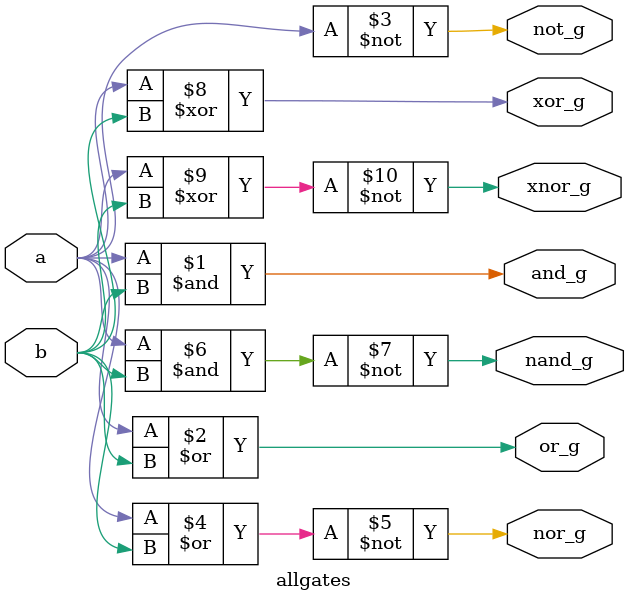
<source format=v>
module allgates(a,b,and_g,or_g,not_g,nor_g,nand_g,xor_g,xnor_g);
  input a,b;
  output and_g,or_g,not_g,nor_g,nand_g,xor_g,xnor_g;
  
  assign and_g = a&b;
  assign or_g  = a|b;
  assign not_g = ~a ;
  assign nor_g = ~(a|b);
  assign nand_g= ~(a&b);
  assign xor_g = (a^b);
  assign xnor_g= ~(a^b);

endmodule
</source>
